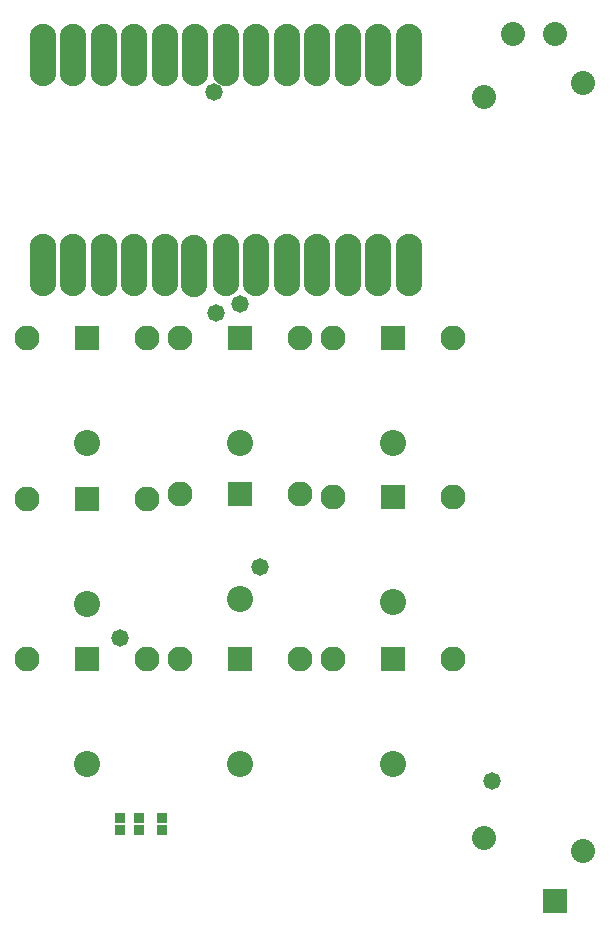
<source format=gbr>
G04*
G04 #@! TF.GenerationSoftware,Altium Limited,Altium Designer,24.6.1 (21)*
G04*
G04 Layer_Color=8388736*
%FSLAX44Y44*%
%MOMM*%
G71*
G04*
G04 #@! TF.SameCoordinates,A1155FF5-20E2-49EF-A20C-19287BC56D99*
G04*
G04*
G04 #@! TF.FilePolarity,Negative*
G04*
G01*
G75*
%ADD16R,0.8532X0.8532*%
%ADD17O,2.2352X5.2832*%
%ADD18C,2.1032*%
%ADD19R,2.1032X2.1032*%
%ADD20C,2.2032*%
%ADD21C,2.0320*%
%ADD22R,2.0320X2.0320*%
%ADD23C,1.4732*%
D16*
X430530Y584280D02*
D03*
Y594280D02*
D03*
X394970Y584280D02*
D03*
Y594280D02*
D03*
X411480Y584280D02*
D03*
Y594280D02*
D03*
D17*
X329777Y1240790D02*
D03*
X639657Y1062990D02*
D03*
X613833D02*
D03*
X588010D02*
D03*
X562187D02*
D03*
X536363D02*
D03*
X510540D02*
D03*
X484717D02*
D03*
X458047Y1061720D02*
D03*
X433070Y1062990D02*
D03*
X407247D02*
D03*
X381424D02*
D03*
X355600D02*
D03*
X329777D02*
D03*
X639657Y1240790D02*
D03*
X613833D02*
D03*
X588010D02*
D03*
X562187D02*
D03*
X536363D02*
D03*
X510540D02*
D03*
X484717D02*
D03*
X458893D02*
D03*
X433070D02*
D03*
X407247D02*
D03*
X381424D02*
D03*
X355600D02*
D03*
D18*
X316230Y1000760D02*
D03*
X417830D02*
D03*
X316230Y728980D02*
D03*
X417830D02*
D03*
X316230Y864870D02*
D03*
X417830D02*
D03*
X547370Y728980D02*
D03*
X445770D02*
D03*
X676910D02*
D03*
X575310D02*
D03*
X547370Y868680D02*
D03*
X445770D02*
D03*
X676910Y866140D02*
D03*
X575310D02*
D03*
X547370Y1000760D02*
D03*
X445770D02*
D03*
X676910D02*
D03*
X575310D02*
D03*
D19*
X367030D02*
D03*
Y728980D02*
D03*
Y864870D02*
D03*
X496570Y868680D02*
D03*
Y728980D02*
D03*
X626110D02*
D03*
Y866140D02*
D03*
X496570Y1000760D02*
D03*
X626110D02*
D03*
D20*
X367030Y911860D02*
D03*
Y640080D02*
D03*
Y775970D02*
D03*
X496570Y640080D02*
D03*
X626110D02*
D03*
X496570Y779780D02*
D03*
X626110Y777240D02*
D03*
X496570Y911860D02*
D03*
X626110D02*
D03*
D21*
X703580Y1205230D02*
D03*
Y577850D02*
D03*
X787400Y1216660D02*
D03*
Y566420D02*
D03*
X728091Y1258570D02*
D03*
X762889D02*
D03*
D22*
Y524510D02*
D03*
D23*
X474980Y1209040D02*
D03*
X496570Y1029970D02*
D03*
X476250Y1022350D02*
D03*
X513588Y807466D02*
D03*
X394970Y747014D02*
D03*
X709930Y626110D02*
D03*
M02*

</source>
